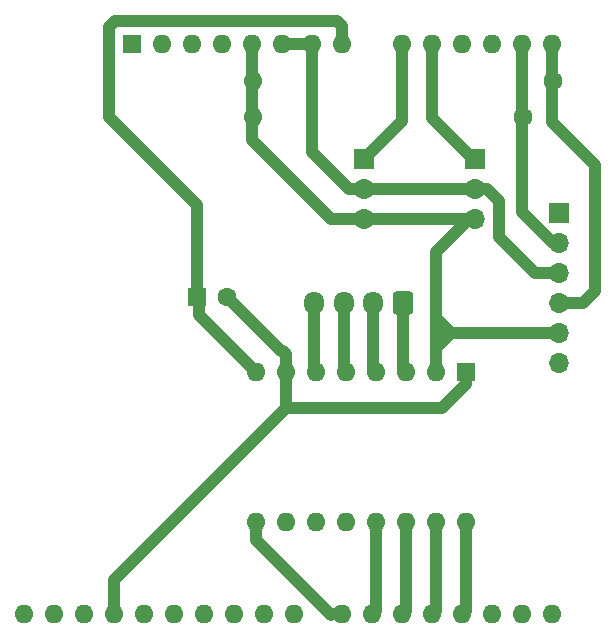
<source format=gbr>
%TF.GenerationSoftware,KiCad,Pcbnew,(6.0.8)*%
%TF.CreationDate,2022-10-14T20:54:24-03:00*%
%TF.ProjectId,Shield,53686965-6c64-42e6-9b69-6361645f7063,rev?*%
%TF.SameCoordinates,Original*%
%TF.FileFunction,Copper,L2,Bot*%
%TF.FilePolarity,Positive*%
%FSLAX46Y46*%
G04 Gerber Fmt 4.6, Leading zero omitted, Abs format (unit mm)*
G04 Created by KiCad (PCBNEW (6.0.8)) date 2022-10-14 20:54:24*
%MOMM*%
%LPD*%
G01*
G04 APERTURE LIST*
G04 Aperture macros list*
%AMRoundRect*
0 Rectangle with rounded corners*
0 $1 Rounding radius*
0 $2 $3 $4 $5 $6 $7 $8 $9 X,Y pos of 4 corners*
0 Add a 4 corners polygon primitive as box body*
4,1,4,$2,$3,$4,$5,$6,$7,$8,$9,$2,$3,0*
0 Add four circle primitives for the rounded corners*
1,1,$1+$1,$2,$3*
1,1,$1+$1,$4,$5*
1,1,$1+$1,$6,$7*
1,1,$1+$1,$8,$9*
0 Add four rect primitives between the rounded corners*
20,1,$1+$1,$2,$3,$4,$5,0*
20,1,$1+$1,$4,$5,$6,$7,0*
20,1,$1+$1,$6,$7,$8,$9,0*
20,1,$1+$1,$8,$9,$2,$3,0*%
G04 Aperture macros list end*
%TA.AperFunction,ComponentPad*%
%ADD10O,1.600000X1.600000*%
%TD*%
%TA.AperFunction,ComponentPad*%
%ADD11C,1.600000*%
%TD*%
%TA.AperFunction,ComponentPad*%
%ADD12R,1.700000X1.700000*%
%TD*%
%TA.AperFunction,ComponentPad*%
%ADD13O,1.700000X1.700000*%
%TD*%
%TA.AperFunction,ComponentPad*%
%ADD14RoundRect,0.250000X0.600000X0.725000X-0.600000X0.725000X-0.600000X-0.725000X0.600000X-0.725000X0*%
%TD*%
%TA.AperFunction,ComponentPad*%
%ADD15O,1.700000X1.950000*%
%TD*%
%TA.AperFunction,ComponentPad*%
%ADD16R,1.600000X1.600000*%
%TD*%
%TA.AperFunction,Conductor*%
%ADD17C,1.000000*%
%TD*%
G04 APERTURE END LIST*
D10*
%TO.P,R2,2*%
%TO.N,+5V*%
X164592000Y-89408000D03*
D11*
%TO.P,R2,1*%
%TO.N,Net-(A1-Pad13)*%
X187452000Y-89408000D03*
%TD*%
%TO.P,R1,1*%
%TO.N,Net-(A1-Pad14)*%
X189992000Y-86360000D03*
D10*
%TO.P,R1,2*%
%TO.N,+5V*%
X164592000Y-86360000D03*
%TD*%
D12*
%TO.P,SensorFlujo1,1,Pin_1*%
%TO.N,unconnected-(SensorFlujo1-Pad1)*%
X190500000Y-97536000D03*
D13*
%TO.P,SensorFlujo1,2,Pin_2*%
%TO.N,Net-(A1-Pad13)*%
X190500000Y-100076000D03*
%TO.P,SensorFlujo1,3,Pin_3*%
%TO.N,VCOM*%
X190500000Y-102616000D03*
%TO.P,SensorFlujo1,4,Pin_4*%
%TO.N,Net-(A1-Pad14)*%
X190500000Y-105156000D03*
%TO.P,SensorFlujo1,5,Pin_5*%
%TO.N,+5V*%
X190500000Y-107696000D03*
%TO.P,SensorFlujo1,6,Pin_6*%
%TO.N,unconnected-(SensorFlujo1-Pad6)*%
X190500000Y-110236000D03*
%TD*%
D14*
%TO.P,MotorStepper1,1,Pin_1*%
%TO.N,Net-(A2-Pad3)*%
X177292000Y-105156000D03*
D15*
%TO.P,MotorStepper1,2,Pin_2*%
%TO.N,Net-(A2-Pad4)*%
X174792000Y-105156000D03*
%TO.P,MotorStepper1,3,Pin_3*%
%TO.N,Net-(A2-Pad5)*%
X172292000Y-105156000D03*
%TO.P,MotorStepper1,4,Pin_4*%
%TO.N,Net-(A2-Pad6)*%
X169792000Y-105156000D03*
%TD*%
D13*
%TO.P,SensorPresion1,3,Pin_3*%
%TO.N,+5V*%
X183388000Y-98044000D03*
%TO.P,SensorPresion1,2,Pin_2*%
%TO.N,VCOM*%
X183388000Y-95504000D03*
D12*
%TO.P,SensorPresion1,1,Pin_1*%
%TO.N,Net-(A1-Pad10)*%
X183388000Y-92964000D03*
%TD*%
%TO.P,SensorPresion2,1,Pin_1*%
%TO.N,Net-(A1-Pad9)*%
X174005000Y-92964000D03*
D13*
%TO.P,SensorPresion2,2,Pin_2*%
%TO.N,unconnected-(SensorPresion2-Pad2)*%
X174005000Y-95504000D03*
%TO.P,SensorPresion2,3,Pin_3*%
%TO.N,+5V*%
X174005000Y-98044000D03*
%TD*%
D10*
%TO.P,A2,16,DIR*%
%TO.N,Net-(A1-Pad18)*%
X182626000Y-123708000D03*
%TO.P,A2,15,STEP*%
%TO.N,Net-(A1-Pad19)*%
X180086000Y-123708000D03*
%TO.P,A2,14,~{SLEEP}*%
%TO.N,Net-(A1-Pad20)*%
X177546000Y-123708000D03*
%TO.P,A2,13,~{RESET}*%
%TO.N,Net-(A1-Pad21)*%
X175006000Y-123708000D03*
%TO.P,A2,12,MS3*%
%TO.N,unconnected-(A2-Pad12)*%
X172466000Y-123708000D03*
%TO.P,A2,11,MS2*%
%TO.N,unconnected-(A2-Pad11)*%
X169926000Y-123708000D03*
%TO.P,A2,10,MS1*%
%TO.N,unconnected-(A2-Pad10)*%
X167386000Y-123708000D03*
%TO.P,A2,9,~{ENABLE}*%
%TO.N,Net-(A1-Pad22)*%
X164846000Y-123708000D03*
%TO.P,A2,8,VMOT*%
%TO.N,+12V*%
X164846000Y-111008000D03*
%TO.P,A2,7,GND*%
%TO.N,VCOM*%
X167386000Y-111008000D03*
%TO.P,A2,6,2B*%
%TO.N,Net-(A2-Pad6)*%
X169926000Y-111008000D03*
%TO.P,A2,5,2A*%
%TO.N,Net-(A2-Pad5)*%
X172466000Y-111008000D03*
%TO.P,A2,4,1A*%
%TO.N,Net-(A2-Pad4)*%
X175006000Y-111008000D03*
%TO.P,A2,3,1B*%
%TO.N,Net-(A2-Pad3)*%
X177546000Y-111008000D03*
%TO.P,A2,2,VDD*%
%TO.N,+5V*%
X180086000Y-111008000D03*
D16*
%TO.P,A2,1,GND*%
%TO.N,VCOM*%
X182626000Y-111008000D03*
%TD*%
%TO.P,C1,1*%
%TO.N,+12V*%
X159883349Y-104648000D03*
D11*
%TO.P,C1,2*%
%TO.N,VCOM*%
X162383349Y-104648000D03*
%TD*%
D16*
%TO.P,A1,1,NC*%
%TO.N,unconnected-(A1-Pad1)*%
X154380000Y-83260000D03*
D10*
%TO.P,A1,2,IOREF*%
%TO.N,unconnected-(A1-Pad2)*%
X156920000Y-83260000D03*
%TO.P,A1,3,~{RESET}*%
%TO.N,unconnected-(A1-Pad3)*%
X159460000Y-83260000D03*
%TO.P,A1,4,3V3*%
%TO.N,unconnected-(A1-Pad4)*%
X162000000Y-83260000D03*
%TO.P,A1,5,+5V*%
%TO.N,+5V*%
X164540000Y-83260000D03*
%TO.P,A1,6,GND*%
%TO.N,VCOM*%
X167080000Y-83260000D03*
%TO.P,A1,7,GND*%
X169620000Y-83260000D03*
%TO.P,A1,8,VIN*%
%TO.N,+12V*%
X172160000Y-83260000D03*
%TO.P,A1,9,A0*%
%TO.N,Net-(A1-Pad9)*%
X177240000Y-83260000D03*
%TO.P,A1,10,A1*%
%TO.N,Net-(A1-Pad10)*%
X179780000Y-83260000D03*
%TO.P,A1,11,A2*%
%TO.N,unconnected-(A1-Pad11)*%
X182320000Y-83260000D03*
%TO.P,A1,12,A3*%
%TO.N,unconnected-(A1-Pad12)*%
X184860000Y-83260000D03*
%TO.P,A1,13,SDA/A4*%
%TO.N,Net-(A1-Pad13)*%
X187400000Y-83260000D03*
%TO.P,A1,14,SCL/A5*%
%TO.N,Net-(A1-Pad14)*%
X189940000Y-83260000D03*
%TO.P,A1,15,D0/RX*%
%TO.N,unconnected-(A1-Pad15)*%
X189940000Y-131520000D03*
%TO.P,A1,16,D1/TX*%
%TO.N,unconnected-(A1-Pad16)*%
X187400000Y-131520000D03*
%TO.P,A1,17,D2*%
%TO.N,unconnected-(A1-Pad17)*%
X184860000Y-131520000D03*
%TO.P,A1,18,D3*%
%TO.N,Net-(A1-Pad18)*%
X182320000Y-131520000D03*
%TO.P,A1,19,D4*%
%TO.N,Net-(A1-Pad19)*%
X179780000Y-131520000D03*
%TO.P,A1,20,D5*%
%TO.N,Net-(A1-Pad20)*%
X177240000Y-131520000D03*
%TO.P,A1,21,D6*%
%TO.N,Net-(A1-Pad21)*%
X174700000Y-131520000D03*
%TO.P,A1,22,D7*%
%TO.N,Net-(A1-Pad22)*%
X172160000Y-131520000D03*
%TO.P,A1,23,D8*%
%TO.N,unconnected-(A1-Pad23)*%
X168100000Y-131520000D03*
%TO.P,A1,24,D9*%
%TO.N,unconnected-(A1-Pad24)*%
X165560000Y-131520000D03*
%TO.P,A1,25,D10*%
%TO.N,unconnected-(A1-Pad25)*%
X163020000Y-131520000D03*
%TO.P,A1,26,D11*%
%TO.N,unconnected-(A1-Pad26)*%
X160480000Y-131520000D03*
%TO.P,A1,27,D12*%
%TO.N,unconnected-(A1-Pad27)*%
X157940000Y-131520000D03*
%TO.P,A1,28,D13*%
%TO.N,unconnected-(A1-Pad28)*%
X155400000Y-131520000D03*
%TO.P,A1,29,GND*%
%TO.N,VCOM*%
X152860000Y-131520000D03*
%TO.P,A1,30,AREF*%
%TO.N,unconnected-(A1-Pad30)*%
X150320000Y-131520000D03*
%TO.P,A1,31,SDA/A4*%
%TO.N,unconnected-(A1-Pad31)*%
X147780000Y-131520000D03*
%TO.P,A1,32,SCL/A5*%
%TO.N,unconnected-(A1-Pad32)*%
X145240000Y-131520000D03*
%TD*%
D17*
%TO.N,Net-(A2-Pad6)*%
X169792000Y-110874000D02*
X169926000Y-111008000D01*
X169792000Y-105156000D02*
X169792000Y-110874000D01*
%TO.N,Net-(A2-Pad5)*%
X172292000Y-110834000D02*
X172466000Y-111008000D01*
X172292000Y-105156000D02*
X172292000Y-110834000D01*
%TO.N,Net-(A2-Pad4)*%
X174792000Y-110794000D02*
X175006000Y-111008000D01*
X174792000Y-105156000D02*
X174792000Y-110794000D01*
%TO.N,Net-(A2-Pad3)*%
X177292000Y-110754000D02*
X177546000Y-111008000D01*
X177292000Y-105156000D02*
X177292000Y-110754000D01*
%TO.N,Net-(A1-Pad13)*%
X187400000Y-97484000D02*
X187400000Y-83260000D01*
X189992000Y-100076000D02*
X187400000Y-97484000D01*
X190500000Y-100076000D02*
X189992000Y-100076000D01*
%TO.N,Net-(A1-Pad10)*%
X179780000Y-89460000D02*
X179780000Y-82991000D01*
X183388000Y-92964000D02*
X183284000Y-92964000D01*
X183284000Y-92964000D02*
X179780000Y-89460000D01*
%TO.N,Net-(A1-Pad9)*%
X177240000Y-89729000D02*
X174005000Y-92964000D01*
X177240000Y-82991000D02*
X177240000Y-89729000D01*
%TO.N,Net-(A1-Pad22)*%
X164846000Y-125222000D02*
X164846000Y-123708000D01*
X171196000Y-131572000D02*
X164846000Y-125222000D01*
X171248000Y-131520000D02*
X171196000Y-131572000D01*
X172160000Y-131520000D02*
X171248000Y-131520000D01*
%TO.N,Net-(A1-Pad14)*%
X189940000Y-89864000D02*
X189940000Y-83260000D01*
X192532000Y-105156000D02*
X193548000Y-104140000D01*
X193548000Y-104140000D02*
X193548000Y-93472000D01*
X190500000Y-105156000D02*
X192532000Y-105156000D01*
X193548000Y-93472000D02*
X189940000Y-89864000D01*
%TO.N,+12V*%
X172160000Y-83260000D02*
X172160000Y-81736000D01*
X172160000Y-81736000D02*
X171704000Y-81280000D01*
X171704000Y-81280000D02*
X152908000Y-81280000D01*
X152908000Y-81280000D02*
X152400000Y-81788000D01*
X152400000Y-81788000D02*
X152400000Y-89408000D01*
X152400000Y-89408000D02*
X159883349Y-96891349D01*
X159883349Y-96891349D02*
X159883349Y-104648000D01*
%TO.N,VCOM*%
X185420000Y-96520000D02*
X185420000Y-97028000D01*
X184404000Y-95504000D02*
X185420000Y-96520000D01*
X183388000Y-95504000D02*
X184404000Y-95504000D01*
X183388000Y-95504000D02*
X174005000Y-95504000D01*
X172720000Y-95504000D02*
X169620000Y-92404000D01*
X169620000Y-92404000D02*
X169620000Y-83260000D01*
X174005000Y-95504000D02*
X172720000Y-95504000D01*
%TO.N,Net-(A1-Pad9)*%
X174005000Y-92964000D02*
X175555000Y-91414000D01*
%TO.N,VCOM*%
X185420000Y-99568000D02*
X185420000Y-97028000D01*
X188468000Y-102616000D02*
X185420000Y-99568000D01*
X190500000Y-102616000D02*
X188468000Y-102616000D01*
%TO.N,+12V*%
X160010000Y-104774651D02*
X159883349Y-104648000D01*
X160010000Y-106172000D02*
X160010000Y-104774651D01*
X164846000Y-111008000D02*
X160010000Y-106172000D01*
%TO.N,VCOM*%
X167132000Y-109220000D02*
X166955349Y-109220000D01*
X167386000Y-109474000D02*
X167132000Y-109220000D01*
X167386000Y-111008000D02*
X167386000Y-109474000D01*
X166955349Y-109220000D02*
X162383349Y-104648000D01*
%TO.N,+5V*%
X171196000Y-98044000D02*
X164540000Y-91388000D01*
X174005000Y-98044000D02*
X171196000Y-98044000D01*
X164540000Y-91388000D02*
X164540000Y-82991000D01*
X174005000Y-98044000D02*
X183388000Y-98044000D01*
X180086000Y-100838000D02*
X180086000Y-106426000D01*
X182880000Y-98044000D02*
X180086000Y-100838000D01*
X183388000Y-98044000D02*
X182880000Y-98044000D01*
%TO.N,VCOM*%
X167386000Y-114046000D02*
X179578000Y-114046000D01*
X179578000Y-114046000D02*
X180594000Y-114046000D01*
%TO.N,+5V*%
X181356000Y-107696000D02*
X180086000Y-108966000D01*
X180086000Y-108966000D02*
X180086000Y-111008000D01*
X180086000Y-107442000D02*
X180086000Y-108966000D01*
X181356000Y-107696000D02*
X180086000Y-106426000D01*
X180086000Y-106426000D02*
X180086000Y-107442000D01*
X181356000Y-107696000D02*
X180340000Y-107696000D01*
X190500000Y-107696000D02*
X181356000Y-107696000D01*
X180340000Y-107696000D02*
X180086000Y-107442000D01*
%TO.N,VCOM*%
X182626000Y-111008000D02*
X182626000Y-110998000D01*
X182626000Y-112014000D02*
X182626000Y-111008000D01*
X180594000Y-114046000D02*
X182626000Y-112014000D01*
X152860000Y-128572000D02*
X152860000Y-131520000D01*
X167386000Y-114046000D02*
X152860000Y-128572000D01*
X167386000Y-111008000D02*
X167386000Y-114046000D01*
%TO.N,Net-(A1-Pad18)*%
X182626000Y-131214000D02*
X182320000Y-131520000D01*
X182626000Y-123708000D02*
X182626000Y-131214000D01*
%TO.N,Net-(A1-Pad19)*%
X180086000Y-123708000D02*
X180086000Y-131214000D01*
X180086000Y-131214000D02*
X179780000Y-131520000D01*
%TO.N,Net-(A1-Pad20)*%
X177546000Y-131214000D02*
X177240000Y-131520000D01*
X177546000Y-123708000D02*
X177546000Y-131214000D01*
%TO.N,Net-(A1-Pad21)*%
X175006000Y-131214000D02*
X174700000Y-131520000D01*
X175006000Y-123708000D02*
X175006000Y-131214000D01*
%TO.N,VCOM*%
X169620000Y-83260000D02*
X167080000Y-83260000D01*
%TD*%
M02*

</source>
